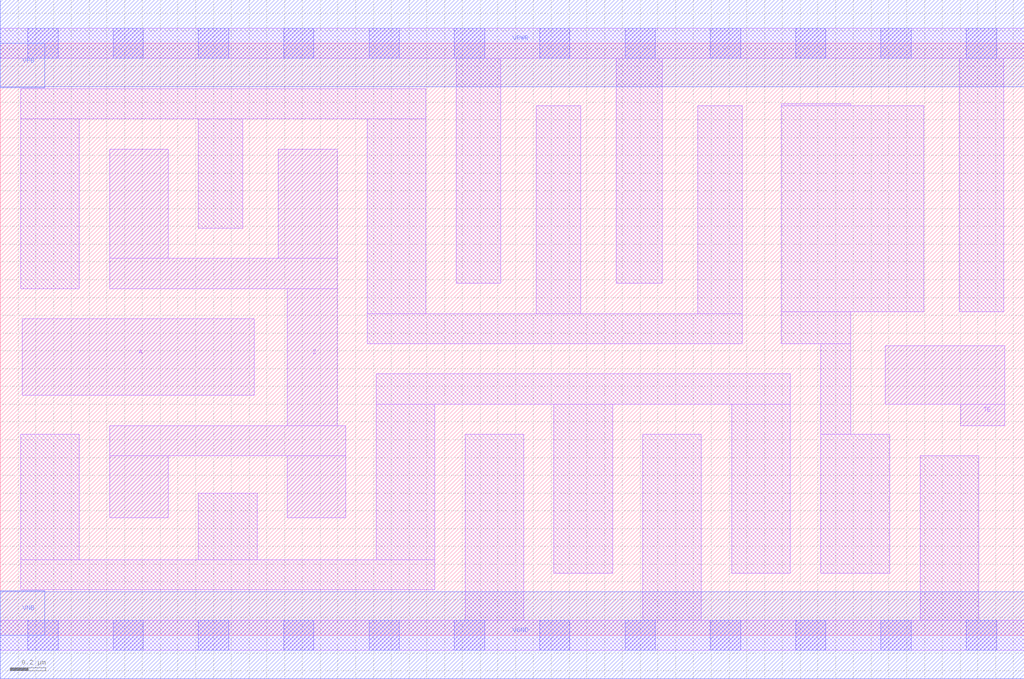
<source format=lef>
# Copyright 2020 The SkyWater PDK Authors
#
# Licensed under the Apache License, Version 2.0 (the "License");
# you may not use this file except in compliance with the License.
# You may obtain a copy of the License at
#
#     https://www.apache.org/licenses/LICENSE-2.0
#
# Unless required by applicable law or agreed to in writing, software
# distributed under the License is distributed on an "AS IS" BASIS,
# WITHOUT WARRANTIES OR CONDITIONS OF ANY KIND, either express or implied.
# See the License for the specific language governing permissions and
# limitations under the License.
#
# SPDX-License-Identifier: Apache-2.0

VERSION 5.5 ;
NAMESCASESENSITIVE ON ;
BUSBITCHARS "[]" ;
DIVIDERCHAR "/" ;
MACRO sky130_fd_sc_hs__einvp_4
  CLASS CORE ;
  SOURCE USER ;
  ORIGIN  0.000000  0.000000 ;
  SIZE  5.760000 BY  3.330000 ;
  SYMMETRY X Y ;
  SITE unit ;
  PIN A
    ANTENNAGATEAREA  1.116000 ;
    DIRECTION INPUT ;
    USE SIGNAL ;
    PORT
      LAYER li1 ;
        RECT 0.125000 1.350000 1.430000 1.780000 ;
    END
  END A
  PIN TE
    ANTENNAGATEAREA  0.723000 ;
    DIRECTION INPUT ;
    USE SIGNAL ;
    PORT
      LAYER li1 ;
        RECT 4.980000 1.300000 5.650000 1.630000 ;
        RECT 5.405000 1.180000 5.650000 1.300000 ;
    END
  END TE
  PIN Z
    ANTENNADIFFAREA  1.221900 ;
    DIRECTION OUTPUT ;
    USE SIGNAL ;
    PORT
      LAYER li1 ;
        RECT 0.615000 0.660000 0.945000 1.010000 ;
        RECT 0.615000 1.010000 1.945000 1.180000 ;
        RECT 0.615000 1.950000 1.895000 2.120000 ;
        RECT 0.615000 2.120000 0.945000 2.735000 ;
        RECT 1.565000 2.120000 1.895000 2.735000 ;
        RECT 1.615000 0.660000 1.945000 1.010000 ;
        RECT 1.615000 1.180000 1.895000 1.950000 ;
    END
  END Z
  PIN VGND
    DIRECTION INOUT ;
    USE GROUND ;
    PORT
      LAYER met1 ;
        RECT 0.000000 -0.245000 5.760000 0.245000 ;
    END
  END VGND
  PIN VNB
    DIRECTION INOUT ;
    USE GROUND ;
    PORT
      LAYER met1 ;
        RECT 0.000000 0.000000 0.250000 0.250000 ;
    END
  END VNB
  PIN VPB
    DIRECTION INOUT ;
    USE POWER ;
    PORT
      LAYER met1 ;
        RECT 0.000000 3.080000 0.250000 3.330000 ;
    END
  END VPB
  PIN VPWR
    DIRECTION INOUT ;
    USE POWER ;
    PORT
      LAYER met1 ;
        RECT 0.000000 3.085000 5.760000 3.575000 ;
    END
  END VPWR
  OBS
    LAYER li1 ;
      RECT 0.000000 -0.085000 5.760000 0.085000 ;
      RECT 0.000000  3.245000 5.760000 3.415000 ;
      RECT 0.115000  0.255000 2.445000 0.425000 ;
      RECT 0.115000  0.425000 0.445000 1.130000 ;
      RECT 0.115000  1.950000 0.445000 2.905000 ;
      RECT 0.115000  2.905000 2.395000 3.075000 ;
      RECT 1.115000  0.425000 1.445000 0.800000 ;
      RECT 1.115000  2.290000 1.365000 2.905000 ;
      RECT 2.065000  1.640000 4.175000 1.810000 ;
      RECT 2.065000  1.810000 2.395000 2.905000 ;
      RECT 2.115000  0.425000 2.445000 1.300000 ;
      RECT 2.115000  1.300000 4.445000 1.470000 ;
      RECT 2.565000  1.980000 2.815000 3.245000 ;
      RECT 2.615000  0.085000 2.945000 1.130000 ;
      RECT 3.015000  1.810000 3.265000 2.980000 ;
      RECT 3.115000  0.350000 3.445000 1.300000 ;
      RECT 3.465000  1.980000 3.725000 3.245000 ;
      RECT 3.615000  0.085000 3.945000 1.130000 ;
      RECT 3.925000  1.810000 4.175000 2.980000 ;
      RECT 4.115000  0.350000 4.445000 1.300000 ;
      RECT 4.395000  1.640000 4.785000 1.820000 ;
      RECT 4.395000  1.820000 5.195000 2.980000 ;
      RECT 4.395000  2.980000 4.785000 2.990000 ;
      RECT 4.615000  0.350000 5.005000 1.130000 ;
      RECT 4.615000  1.130000 4.785000 1.640000 ;
      RECT 5.175000  0.085000 5.505000 1.010000 ;
      RECT 5.395000  1.820000 5.645000 3.245000 ;
    LAYER mcon ;
      RECT 0.155000 -0.085000 0.325000 0.085000 ;
      RECT 0.155000  3.245000 0.325000 3.415000 ;
      RECT 0.635000 -0.085000 0.805000 0.085000 ;
      RECT 0.635000  3.245000 0.805000 3.415000 ;
      RECT 1.115000 -0.085000 1.285000 0.085000 ;
      RECT 1.115000  3.245000 1.285000 3.415000 ;
      RECT 1.595000 -0.085000 1.765000 0.085000 ;
      RECT 1.595000  3.245000 1.765000 3.415000 ;
      RECT 2.075000 -0.085000 2.245000 0.085000 ;
      RECT 2.075000  3.245000 2.245000 3.415000 ;
      RECT 2.555000 -0.085000 2.725000 0.085000 ;
      RECT 2.555000  3.245000 2.725000 3.415000 ;
      RECT 3.035000 -0.085000 3.205000 0.085000 ;
      RECT 3.035000  3.245000 3.205000 3.415000 ;
      RECT 3.515000 -0.085000 3.685000 0.085000 ;
      RECT 3.515000  3.245000 3.685000 3.415000 ;
      RECT 3.995000 -0.085000 4.165000 0.085000 ;
      RECT 3.995000  3.245000 4.165000 3.415000 ;
      RECT 4.475000 -0.085000 4.645000 0.085000 ;
      RECT 4.475000  3.245000 4.645000 3.415000 ;
      RECT 4.955000 -0.085000 5.125000 0.085000 ;
      RECT 4.955000  3.245000 5.125000 3.415000 ;
      RECT 5.435000 -0.085000 5.605000 0.085000 ;
      RECT 5.435000  3.245000 5.605000 3.415000 ;
  END
END sky130_fd_sc_hs__einvp_4
END LIBRARY

</source>
